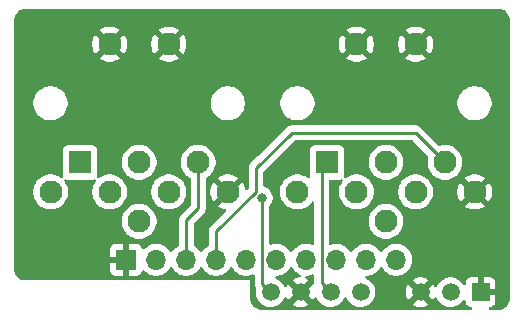
<source format=gbr>
%TF.GenerationSoftware,KiCad,Pcbnew,9.0.1*%
%TF.CreationDate,2025-06-09T14:27:30-04:00*%
%TF.ProjectId,Ceinture_respiration_Shield,4365696e-7475-4726-955f-726573706972,1.1*%
%TF.SameCoordinates,Original*%
%TF.FileFunction,Copper,L1,Top*%
%TF.FilePolarity,Positive*%
%FSLAX46Y46*%
G04 Gerber Fmt 4.6, Leading zero omitted, Abs format (unit mm)*
G04 Created by KiCad (PCBNEW 9.0.1) date 2025-06-09 14:27:30*
%MOMM*%
%LPD*%
G01*
G04 APERTURE LIST*
%TA.AperFunction,ComponentPad*%
%ADD10R,1.508000X1.508000*%
%TD*%
%TA.AperFunction,ComponentPad*%
%ADD11C,1.508000*%
%TD*%
%TA.AperFunction,ComponentPad*%
%ADD12R,1.950000X1.950000*%
%TD*%
%TA.AperFunction,ComponentPad*%
%ADD13C,1.950000*%
%TD*%
%TA.AperFunction,ComponentPad*%
%ADD14R,1.700000X1.700000*%
%TD*%
%TA.AperFunction,ComponentPad*%
%ADD15O,1.700000X1.700000*%
%TD*%
%TA.AperFunction,ViaPad*%
%ADD16C,0.800000*%
%TD*%
%TA.AperFunction,Conductor*%
%ADD17C,0.250000*%
%TD*%
G04 APERTURE END LIST*
D10*
%TO.P,PS1,1,-VIN*%
%TO.N,GND_EXP*%
X41507500Y2372500D03*
D11*
%TO.P,PS1,2,+VIN*%
%TO.N,/SHIELD_RESPIRATION/VBAT_EXP*%
X38967500Y2372500D03*
%TO.P,PS1,3,CTRL*%
%TO.N,GND_EXP*%
X36427500Y2372500D03*
%TO.P,PS1,5,NC*%
%TO.N,unconnected-(PS1-NC-Pad5)*%
X31347500Y2372500D03*
%TO.P,PS1,6,+VOUT*%
%TO.N,+5VA*%
X28807500Y2372500D03*
%TO.P,PS1,7,COM*%
%TO.N,GND_EXP*%
X26267500Y2372500D03*
%TO.P,PS1,8,-VOUT*%
%TO.N,-5VA*%
X23727500Y2372500D03*
%TD*%
D12*
%TO.P,J7,1*%
%TO.N,+5VA*%
X28500000Y13370500D03*
D13*
%TO.P,J7,2*%
%TO.N,unconnected-(J7-Pad2)*%
X33500000Y13370500D03*
%TO.P,J7,3*%
%TO.N,/SHIELD_RESPIRATION/Belt_2*%
X38500000Y13370500D03*
%TO.P,J7,4*%
%TO.N,-5VA*%
X31000000Y10870500D03*
%TO.P,J7,5*%
%TO.N,unconnected-(J7-Pad5)*%
X36000000Y10870500D03*
%TO.P,J7,6*%
%TO.N,unconnected-(J7-Pad6)*%
X26000000Y10870500D03*
%TO.P,J7,7*%
%TO.N,GND_EXP*%
X41000000Y10870500D03*
X36000000Y23370500D03*
X31000000Y23370500D03*
%TO.P,J7,8*%
%TO.N,unconnected-(J7-Pad8)*%
X33500000Y8370500D03*
%TD*%
D12*
%TO.P,J6,1*%
%TO.N,+5VA*%
X7594500Y13370500D03*
D13*
%TO.P,J6,2*%
%TO.N,unconnected-(J6-Pad2)*%
X12594500Y13370500D03*
%TO.P,J6,3*%
%TO.N,/SHIELD_RESPIRATION/Belt_1*%
X17594500Y13370500D03*
%TO.P,J6,4*%
%TO.N,-5VA*%
X10094500Y10870500D03*
%TO.P,J6,5*%
%TO.N,unconnected-(J6-Pad5)*%
X15094500Y10870500D03*
%TO.P,J6,6*%
%TO.N,unconnected-(J6-Pad6)*%
X5094500Y10870500D03*
%TO.P,J6,7*%
%TO.N,GND_EXP*%
X20094500Y10870500D03*
X15094500Y23370500D03*
X10094500Y23370500D03*
%TO.P,J6,8*%
%TO.N,unconnected-(J6-Pad8)*%
X12594500Y8370500D03*
%TD*%
D14*
%TO.P,J1,1,Pin_1*%
%TO.N,GND_EXP*%
X11500000Y5120500D03*
D15*
%TO.P,J1,2,Pin_2*%
%TO.N,/SHIELD_RESPIRATION/VBAT_EXP*%
X14040000Y5120500D03*
%TO.P,J1,3,Pin_3*%
%TO.N,/SHIELD_RESPIRATION/Belt_1*%
X16580000Y5120500D03*
%TO.P,J1,4,Pin_4*%
%TO.N,/SHIELD_RESPIRATION/Belt_2*%
X19120000Y5120500D03*
%TO.P,J1,5,Pin_5*%
%TO.N,unconnected-(J1-Pin_5-Pad5)*%
X21660000Y5120500D03*
%TO.P,J1,6,Pin_6*%
%TO.N,unconnected-(J1-Pin_6-Pad6)*%
X24200000Y5120500D03*
%TO.P,J1,7,Pin_7*%
%TO.N,unconnected-(J1-Pin_7-Pad7)*%
X26740000Y5120500D03*
%TO.P,J1,8,Pin_8*%
%TO.N,unconnected-(J1-Pin_8-Pad8)*%
X29280000Y5120500D03*
%TO.P,J1,9,Pin_9*%
%TO.N,unconnected-(J1-Pin_9-Pad9)*%
X31820000Y5120500D03*
%TO.P,J1,10,Pin_10*%
%TO.N,unconnected-(J1-Pin_10-Pad10)*%
X34360000Y5120500D03*
%TD*%
D16*
%TO.N,GND_EXP*%
X33500000Y3370500D03*
X34000000Y1870500D03*
%TO.N,-5VA*%
X23000000Y10370500D03*
%TD*%
D17*
%TO.N,/SHIELD_RESPIRATION/Belt_1*%
X16580000Y5120500D02*
X16580000Y8450500D01*
X17594500Y9465000D02*
X17594500Y13370500D01*
X16580000Y8450500D02*
X17594500Y9465000D01*
%TO.N,/SHIELD_RESPIRATION/Belt_2*%
X22500000Y12870500D02*
X25500000Y15870500D01*
X19120000Y5120500D02*
X19120000Y7515805D01*
X36000000Y15870500D02*
X38500000Y13370500D01*
X25500000Y15870500D02*
X36000000Y15870500D01*
X19120000Y7515805D02*
X22500000Y10895805D01*
X22500000Y10895805D02*
X22500000Y12870500D01*
%TO.N,-5VA*%
X23727500Y2372500D02*
X23000000Y3100000D01*
X23000000Y3100000D02*
X23000000Y10370500D01*
%TO.N,+5VA*%
X28807500Y2372500D02*
X28053500Y3126500D01*
X28053500Y3126500D02*
X28053500Y12924000D01*
X28053500Y12924000D02*
X28500000Y13370500D01*
%TD*%
%TA.AperFunction,Conductor*%
%TO.N,GND_EXP*%
G36*
X25541444Y4466501D02*
G01*
X25580486Y4421444D01*
X25584951Y4412680D01*
X25709890Y4240714D01*
X25860213Y4090391D01*
X26032179Y3965452D01*
X26032181Y3965451D01*
X26032184Y3965449D01*
X26221588Y3868943D01*
X26223164Y3868431D01*
X26223686Y3868074D01*
X26226081Y3867082D01*
X26225872Y3866579D01*
X26280840Y3828995D01*
X26308039Y3764636D01*
X26296125Y3695790D01*
X26248881Y3644313D01*
X26184847Y3626500D01*
X26168803Y3626500D01*
X25973853Y3595624D01*
X25786126Y3534627D01*
X25610262Y3445018D01*
X25610260Y3445017D01*
X25574510Y3419044D01*
X25574510Y3419043D01*
X26138091Y2855463D01*
X26074507Y2838425D01*
X25960493Y2772599D01*
X25867401Y2679507D01*
X25801575Y2565493D01*
X25784537Y2501910D01*
X25220957Y3065490D01*
X25220956Y3065490D01*
X25194983Y3029740D01*
X25194979Y3029733D01*
X25108263Y2859546D01*
X25060288Y2808751D01*
X24992467Y2791956D01*
X24926333Y2814494D01*
X24887298Y2859543D01*
X24800444Y3030001D01*
X24800442Y3030004D01*
X24800441Y3030006D01*
X24684384Y3189747D01*
X24544746Y3329385D01*
X24385004Y3445442D01*
X24385003Y3445443D01*
X24385001Y3445444D01*
X24209061Y3535091D01*
X24209055Y3535093D01*
X24208227Y3535515D01*
X24157431Y3583490D01*
X24140636Y3651311D01*
X24163173Y3717446D01*
X24217889Y3760897D01*
X24264522Y3770000D01*
X24306286Y3770000D01*
X24306287Y3770000D01*
X24516243Y3803254D01*
X24718412Y3868943D01*
X24907816Y3965449D01*
X24970892Y4011276D01*
X25079786Y4090391D01*
X25079788Y4090394D01*
X25079792Y4090396D01*
X25230104Y4240708D01*
X25230106Y4240712D01*
X25230109Y4240714D01*
X25355048Y4412680D01*
X25355047Y4412680D01*
X25355051Y4412684D01*
X25359514Y4421446D01*
X25407488Y4472241D01*
X25475308Y4489037D01*
X25541444Y4466501D01*
G37*
%TD.AperFunction*%
%TA.AperFunction,Conductor*%
G36*
X27388492Y3844369D02*
G01*
X27424147Y3784281D01*
X27428000Y3753610D01*
X27428000Y3190664D01*
X27408315Y3123625D01*
X27355511Y3077870D01*
X27320175Y3071625D01*
X26750462Y2501911D01*
X26733425Y2565493D01*
X26667599Y2679507D01*
X26574507Y2772599D01*
X26460493Y2838425D01*
X26396909Y2855463D01*
X26960489Y3419043D01*
X26924739Y3445017D01*
X26747128Y3535515D01*
X26696332Y3583490D01*
X26679537Y3651311D01*
X26702075Y3717446D01*
X26756790Y3760897D01*
X26803423Y3770000D01*
X26846286Y3770000D01*
X26846287Y3770000D01*
X27056243Y3803254D01*
X27258412Y3868943D01*
X27258413Y3868944D01*
X27263046Y3870449D01*
X27263542Y3868922D01*
X27326011Y3875641D01*
X27388492Y3844369D01*
G37*
%TD.AperFunction*%
%TA.AperFunction,Conductor*%
G36*
X43005394Y26369528D02*
G01*
X43012947Y26368868D01*
X43151564Y26356740D01*
X43164907Y26354835D01*
X43194247Y26348999D01*
X43202109Y26347166D01*
X43326922Y26313723D01*
X43342275Y26308511D01*
X43359224Y26301491D01*
X43364134Y26299331D01*
X43489918Y26240677D01*
X43508633Y26229871D01*
X43633582Y26142381D01*
X43650140Y26128487D01*
X43757986Y26020641D01*
X43771880Y26004083D01*
X43859370Y25879134D01*
X43870177Y25860416D01*
X43928809Y25734681D01*
X43930989Y25729726D01*
X43938009Y25712777D01*
X43943222Y25697420D01*
X43976659Y25572631D01*
X43978501Y25564731D01*
X43984330Y25535429D01*
X43986241Y25522044D01*
X43999028Y25375895D01*
X43999500Y25365087D01*
X43999500Y1875914D01*
X43999028Y1865106D01*
X43986241Y1718958D01*
X43984330Y1705573D01*
X43978501Y1676271D01*
X43976659Y1668371D01*
X43943222Y1543582D01*
X43938009Y1528225D01*
X43930989Y1511276D01*
X43928809Y1506321D01*
X43870177Y1380585D01*
X43859370Y1361867D01*
X43771880Y1236918D01*
X43757986Y1220360D01*
X43650140Y1112514D01*
X43633582Y1098620D01*
X43508633Y1011130D01*
X43489915Y1000323D01*
X43364179Y941691D01*
X43359224Y939511D01*
X43342275Y932491D01*
X43326918Y927278D01*
X43202129Y893841D01*
X43194229Y891999D01*
X43164927Y886170D01*
X43151542Y884259D01*
X43005395Y871472D01*
X42994587Y871000D01*
X42320630Y871000D01*
X42253591Y890685D01*
X42207836Y943489D01*
X42197892Y1012647D01*
X42226917Y1076203D01*
X42285695Y1113977D01*
X42307374Y1118289D01*
X42368872Y1124902D01*
X42368879Y1124904D01*
X42503586Y1175146D01*
X42503593Y1175150D01*
X42618687Y1261310D01*
X42618690Y1261313D01*
X42704850Y1376407D01*
X42704854Y1376414D01*
X42755096Y1511121D01*
X42755098Y1511128D01*
X42761499Y1570656D01*
X42761500Y1570673D01*
X42761500Y2122500D01*
X41940512Y2122500D01*
X41973425Y2179507D01*
X42007500Y2306674D01*
X42007500Y2438326D01*
X41973425Y2565493D01*
X41940512Y2622500D01*
X42761500Y2622500D01*
X42761500Y3174328D01*
X42761499Y3174345D01*
X42755098Y3233873D01*
X42755096Y3233880D01*
X42704854Y3368587D01*
X42704850Y3368594D01*
X42618690Y3483688D01*
X42618687Y3483691D01*
X42503593Y3569851D01*
X42503586Y3569855D01*
X42368879Y3620097D01*
X42368872Y3620099D01*
X42309344Y3626500D01*
X41757500Y3626500D01*
X41757500Y2805512D01*
X41700493Y2838425D01*
X41573326Y2872500D01*
X41441674Y2872500D01*
X41314507Y2838425D01*
X41257500Y2805512D01*
X41257500Y3626500D01*
X40705655Y3626500D01*
X40646127Y3620099D01*
X40646120Y3620097D01*
X40511413Y3569855D01*
X40511406Y3569851D01*
X40396312Y3483691D01*
X40396309Y3483688D01*
X40310149Y3368594D01*
X40310145Y3368587D01*
X40259903Y3233880D01*
X40259901Y3233873D01*
X40253500Y3174345D01*
X40253500Y3118388D01*
X40233815Y3051349D01*
X40181011Y3005594D01*
X40111853Y2995650D01*
X40048297Y3024675D01*
X40029182Y3045503D01*
X39924384Y3189747D01*
X39784746Y3329385D01*
X39625004Y3445442D01*
X39625003Y3445443D01*
X39625001Y3445444D01*
X39449061Y3535091D01*
X39447756Y3535515D01*
X39261263Y3596111D01*
X39066236Y3627000D01*
X39066231Y3627000D01*
X38868769Y3627000D01*
X38868764Y3627000D01*
X38673736Y3596111D01*
X38485941Y3535092D01*
X38309995Y3445442D01*
X38150253Y3329385D01*
X38010615Y3189747D01*
X37894558Y3030005D01*
X37894556Y3030001D01*
X37807703Y2859546D01*
X37759730Y2808751D01*
X37691909Y2791956D01*
X37625774Y2814494D01*
X37586735Y2859547D01*
X37500020Y3029732D01*
X37500012Y3029745D01*
X37474042Y3065490D01*
X37474041Y3065491D01*
X36910462Y2501911D01*
X36893425Y2565493D01*
X36827599Y2679507D01*
X36734507Y2772599D01*
X36620493Y2838425D01*
X36556909Y2855463D01*
X37120489Y3419043D01*
X37084739Y3445017D01*
X36908873Y3534627D01*
X36721146Y3595624D01*
X36526197Y3626500D01*
X36328803Y3626500D01*
X36133853Y3595624D01*
X35946126Y3534627D01*
X35770262Y3445018D01*
X35770260Y3445017D01*
X35734510Y3419044D01*
X35734510Y3419043D01*
X36298091Y2855463D01*
X36234507Y2838425D01*
X36120493Y2772599D01*
X36027401Y2679507D01*
X35961575Y2565493D01*
X35944537Y2501910D01*
X35380957Y3065490D01*
X35380956Y3065490D01*
X35354983Y3029740D01*
X35354982Y3029738D01*
X35265373Y2853874D01*
X35204376Y2666147D01*
X35173500Y2471198D01*
X35173500Y2273803D01*
X35204376Y2078854D01*
X35265373Y1891127D01*
X35354983Y1715261D01*
X35380957Y1679512D01*
X35380957Y1679511D01*
X35944537Y2243091D01*
X35961575Y2179507D01*
X36027401Y2065493D01*
X36120493Y1972401D01*
X36234507Y1906575D01*
X36298090Y1889538D01*
X35734509Y1325959D01*
X35734510Y1325958D01*
X35770255Y1299988D01*
X35770268Y1299980D01*
X35946126Y1210374D01*
X36133853Y1149377D01*
X36333620Y1117737D01*
X36333391Y1116297D01*
X36392590Y1093738D01*
X36429107Y1044232D01*
X36443708Y1076203D01*
X36502486Y1113977D01*
X36521423Y1117463D01*
X36521380Y1117737D01*
X36721146Y1149377D01*
X36908873Y1210374D01*
X37084741Y1299984D01*
X37120488Y1325957D01*
X37120488Y1325959D01*
X36556910Y1889538D01*
X36620493Y1906575D01*
X36734507Y1972401D01*
X36827599Y2065493D01*
X36893425Y2179507D01*
X36910462Y2243091D01*
X37474041Y1679512D01*
X37474043Y1679512D01*
X37500016Y1715259D01*
X37586735Y1885454D01*
X37634710Y1936250D01*
X37702531Y1953045D01*
X37768665Y1930508D01*
X37807702Y1885458D01*
X37859924Y1782968D01*
X37894558Y1714995D01*
X38010615Y1555254D01*
X38150253Y1415616D01*
X38273658Y1325959D01*
X38309999Y1299556D01*
X38485939Y1209909D01*
X38592917Y1175150D01*
X38673736Y1148890D01*
X38862450Y1119000D01*
X38862455Y1119000D01*
X38868769Y1118000D01*
X39066231Y1118000D01*
X39072545Y1119000D01*
X39072550Y1119000D01*
X39261263Y1148890D01*
X39296493Y1160337D01*
X39449061Y1209909D01*
X39625001Y1299556D01*
X39730788Y1376414D01*
X39784746Y1415616D01*
X39784748Y1415619D01*
X39784752Y1415621D01*
X39924379Y1555248D01*
X40029183Y1699500D01*
X40084511Y1742164D01*
X40154124Y1748143D01*
X40215920Y1715538D01*
X40250277Y1654700D01*
X40253500Y1626613D01*
X40253500Y1570656D01*
X40259901Y1511128D01*
X40259903Y1511121D01*
X40310145Y1376414D01*
X40310149Y1376407D01*
X40396309Y1261313D01*
X40396312Y1261310D01*
X40511406Y1175150D01*
X40511413Y1175146D01*
X40646120Y1124904D01*
X40646127Y1124902D01*
X40707626Y1118289D01*
X40772177Y1091551D01*
X40812025Y1034158D01*
X40814518Y964333D01*
X40778865Y904244D01*
X40716385Y872970D01*
X40694370Y871000D01*
X36537421Y871000D01*
X36470382Y890685D01*
X36424893Y943181D01*
X36404637Y906700D01*
X36343079Y873650D01*
X36317579Y871000D01*
X28922307Y871000D01*
X28855268Y890685D01*
X28809513Y943489D01*
X28808048Y953678D01*
X28772549Y900137D01*
X28708585Y872023D01*
X28692693Y871000D01*
X26377421Y871000D01*
X26310382Y890685D01*
X26264893Y943181D01*
X26244637Y906700D01*
X26183079Y873650D01*
X26157579Y871000D01*
X23005413Y871000D01*
X22994605Y871472D01*
X22848456Y884259D01*
X22835071Y886170D01*
X22805769Y891999D01*
X22797869Y893841D01*
X22673080Y927278D01*
X22657723Y932491D01*
X22640774Y939511D01*
X22635819Y941691D01*
X22510084Y1000323D01*
X22491366Y1011130D01*
X22366417Y1098620D01*
X22349859Y1112514D01*
X22242013Y1220360D01*
X22228119Y1236918D01*
X22140629Y1361867D01*
X22129822Y1380584D01*
X22099292Y1446055D01*
X22071176Y1506349D01*
X22069009Y1511276D01*
X22061989Y1528225D01*
X22056776Y1543582D01*
X22038829Y1610562D01*
X22023334Y1668391D01*
X22021501Y1676253D01*
X22015665Y1705593D01*
X22013760Y1718936D01*
X22000972Y1865106D01*
X22000500Y1875912D01*
X22000500Y2458033D01*
X22000471Y2458364D01*
X22000000Y2469164D01*
X22000000Y3370500D01*
X21098664Y3370500D01*
X21087864Y3370971D01*
X21087532Y3371000D01*
X21000207Y3371000D01*
X3005413Y3371000D01*
X2994605Y3371472D01*
X2848456Y3384259D01*
X2835071Y3386170D01*
X2805769Y3391999D01*
X2797869Y3393841D01*
X2673080Y3427278D01*
X2657723Y3432491D01*
X2640774Y3439511D01*
X2635819Y3441691D01*
X2510084Y3500323D01*
X2491366Y3511130D01*
X2366417Y3598620D01*
X2349859Y3612514D01*
X2242013Y3720360D01*
X2228119Y3736918D01*
X2140629Y3861867D01*
X2129822Y3880584D01*
X2071169Y4006366D01*
X2069009Y4011276D01*
X2061989Y4028225D01*
X2056776Y4043582D01*
X2044234Y4090391D01*
X2023334Y4168391D01*
X2021501Y4176253D01*
X2015665Y4205593D01*
X2013760Y4218936D01*
X2000972Y4365106D01*
X2000500Y4375912D01*
X2000500Y6018345D01*
X10150000Y6018345D01*
X10150000Y5370500D01*
X11066988Y5370500D01*
X11034075Y5313493D01*
X11000000Y5186326D01*
X11000000Y5054674D01*
X11034075Y4927507D01*
X11066988Y4870500D01*
X10150000Y4870500D01*
X10150000Y4222656D01*
X10156401Y4163128D01*
X10156403Y4163121D01*
X10206645Y4028414D01*
X10206649Y4028407D01*
X10292809Y3913313D01*
X10292812Y3913310D01*
X10407906Y3827150D01*
X10407913Y3827146D01*
X10542620Y3776904D01*
X10542627Y3776902D01*
X10602155Y3770501D01*
X10602172Y3770500D01*
X11250000Y3770500D01*
X11250000Y4687488D01*
X11307007Y4654575D01*
X11434174Y4620500D01*
X11565826Y4620500D01*
X11692993Y4654575D01*
X11750000Y4687488D01*
X11750000Y3770500D01*
X12397828Y3770500D01*
X12397844Y3770501D01*
X12457372Y3776902D01*
X12457379Y3776904D01*
X12592086Y3827146D01*
X12592093Y3827150D01*
X12707187Y3913310D01*
X12707190Y3913313D01*
X12793350Y4028407D01*
X12793354Y4028414D01*
X12842422Y4159971D01*
X12884293Y4215905D01*
X12949757Y4240322D01*
X13018030Y4225470D01*
X13046285Y4204319D01*
X13160213Y4090391D01*
X13332179Y3965452D01*
X13332181Y3965451D01*
X13332184Y3965449D01*
X13521588Y3868943D01*
X13723757Y3803254D01*
X13933713Y3770000D01*
X13933714Y3770000D01*
X14146286Y3770000D01*
X14146287Y3770000D01*
X14356243Y3803254D01*
X14558412Y3868943D01*
X14747816Y3965449D01*
X14810892Y4011276D01*
X14919786Y4090391D01*
X14919788Y4090394D01*
X14919792Y4090396D01*
X15070104Y4240708D01*
X15070106Y4240712D01*
X15070109Y4240714D01*
X15195048Y4412680D01*
X15195047Y4412680D01*
X15195051Y4412684D01*
X15199514Y4421446D01*
X15247488Y4472241D01*
X15315308Y4489037D01*
X15381444Y4466501D01*
X15420486Y4421444D01*
X15424951Y4412680D01*
X15549890Y4240714D01*
X15700213Y4090391D01*
X15872179Y3965452D01*
X15872181Y3965451D01*
X15872184Y3965449D01*
X16061588Y3868943D01*
X16263757Y3803254D01*
X16473713Y3770000D01*
X16473714Y3770000D01*
X16686286Y3770000D01*
X16686287Y3770000D01*
X16896243Y3803254D01*
X17098412Y3868943D01*
X17287816Y3965449D01*
X17350892Y4011276D01*
X17459786Y4090391D01*
X17459788Y4090394D01*
X17459792Y4090396D01*
X17610104Y4240708D01*
X17610106Y4240712D01*
X17610109Y4240714D01*
X17735048Y4412680D01*
X17735047Y4412680D01*
X17735051Y4412684D01*
X17739514Y4421446D01*
X17787488Y4472241D01*
X17855308Y4489037D01*
X17921444Y4466501D01*
X17960486Y4421444D01*
X17964951Y4412680D01*
X18089890Y4240714D01*
X18240213Y4090391D01*
X18412179Y3965452D01*
X18412181Y3965451D01*
X18412184Y3965449D01*
X18601588Y3868943D01*
X18803757Y3803254D01*
X19013713Y3770000D01*
X19013714Y3770000D01*
X19226286Y3770000D01*
X19226287Y3770000D01*
X19436243Y3803254D01*
X19638412Y3868943D01*
X19827816Y3965449D01*
X19890892Y4011276D01*
X19999786Y4090391D01*
X19999788Y4090394D01*
X19999792Y4090396D01*
X20150104Y4240708D01*
X20150106Y4240712D01*
X20150109Y4240714D01*
X20275048Y4412680D01*
X20275047Y4412680D01*
X20275051Y4412684D01*
X20279514Y4421446D01*
X20327488Y4472241D01*
X20395308Y4489037D01*
X20461444Y4466501D01*
X20500486Y4421444D01*
X20504951Y4412680D01*
X20629890Y4240714D01*
X20780213Y4090391D01*
X20952179Y3965452D01*
X20952181Y3965451D01*
X20952184Y3965449D01*
X21141588Y3868943D01*
X21343757Y3803254D01*
X21553713Y3770000D01*
X21553714Y3770000D01*
X21766286Y3770000D01*
X21766287Y3770000D01*
X21976243Y3803254D01*
X22178412Y3868943D01*
X22181368Y3870449D01*
X22194204Y3876989D01*
X22262873Y3889886D01*
X22327614Y3863610D01*
X22367871Y3806504D01*
X22374500Y3766505D01*
X22374500Y3038389D01*
X22398535Y2917556D01*
X22398540Y2917539D01*
X22445685Y2803720D01*
X22445687Y2803717D01*
X22445688Y2803714D01*
X22467391Y2771234D01*
X22479167Y2753611D01*
X22483375Y2747312D01*
X22497714Y2701511D01*
X22504250Y2680636D01*
X22502743Y2659027D01*
X22473000Y2471237D01*
X22473000Y2273764D01*
X22503889Y2078737D01*
X22560105Y1905724D01*
X22564909Y1890939D01*
X22654421Y1715264D01*
X22654558Y1714996D01*
X22770615Y1555254D01*
X22910253Y1415616D01*
X23033658Y1325959D01*
X23069999Y1299556D01*
X23245939Y1209909D01*
X23352917Y1175150D01*
X23433736Y1148890D01*
X23622450Y1119000D01*
X23622455Y1119000D01*
X23628769Y1118000D01*
X23826231Y1118000D01*
X23832545Y1119000D01*
X23832550Y1119000D01*
X24021263Y1148890D01*
X24056493Y1160337D01*
X24209061Y1209909D01*
X24385001Y1299556D01*
X24490788Y1376414D01*
X24544746Y1415616D01*
X24544748Y1415619D01*
X24544752Y1415621D01*
X24684379Y1555248D01*
X24684381Y1555252D01*
X24684384Y1555254D01*
X24789182Y1699498D01*
X24800444Y1714999D01*
X24887297Y1885457D01*
X24935268Y1936250D01*
X25003089Y1953045D01*
X25069224Y1930508D01*
X25108263Y1885455D01*
X25194981Y1715264D01*
X25220957Y1679512D01*
X25220957Y1679511D01*
X25784537Y2243091D01*
X25801575Y2179507D01*
X25867401Y2065493D01*
X25960493Y1972401D01*
X26074507Y1906575D01*
X26138090Y1889538D01*
X25574509Y1325959D01*
X25574510Y1325958D01*
X25610255Y1299988D01*
X25610268Y1299980D01*
X25786126Y1210374D01*
X25973853Y1149377D01*
X26173620Y1117737D01*
X26173391Y1116297D01*
X26232590Y1093738D01*
X26269107Y1044232D01*
X26283708Y1076203D01*
X26342486Y1113977D01*
X26361423Y1117463D01*
X26361380Y1117737D01*
X26561146Y1149377D01*
X26748873Y1210374D01*
X26924741Y1299984D01*
X26960488Y1325957D01*
X26960488Y1325959D01*
X26396910Y1889538D01*
X26460493Y1906575D01*
X26574507Y1972401D01*
X26667599Y2065493D01*
X26733425Y2179507D01*
X26750462Y2243091D01*
X27314041Y1679512D01*
X27314043Y1679512D01*
X27340016Y1715259D01*
X27426735Y1885454D01*
X27474710Y1936250D01*
X27542531Y1953045D01*
X27608665Y1930508D01*
X27647702Y1885458D01*
X27699924Y1782968D01*
X27734558Y1714995D01*
X27850615Y1555254D01*
X27990253Y1415616D01*
X28113658Y1325959D01*
X28149999Y1299556D01*
X28325939Y1209909D01*
X28432917Y1175150D01*
X28513736Y1148890D01*
X28712091Y1117473D01*
X28775226Y1087544D01*
X28809001Y1033301D01*
X28828594Y1076203D01*
X28887372Y1113977D01*
X28902909Y1117473D01*
X29101263Y1148890D01*
X29136493Y1160337D01*
X29289061Y1209909D01*
X29465001Y1299556D01*
X29570788Y1376414D01*
X29624746Y1415616D01*
X29624748Y1415619D01*
X29624752Y1415621D01*
X29764379Y1555248D01*
X29764381Y1555252D01*
X29764384Y1555254D01*
X29880441Y1714995D01*
X29880443Y1714998D01*
X29880444Y1714999D01*
X29967017Y1884907D01*
X29975659Y1894058D01*
X29980395Y1905724D01*
X29999196Y1918979D01*
X30014990Y1935700D01*
X30027210Y1938727D01*
X30037502Y1945981D01*
X30060484Y1946967D01*
X30082811Y1952495D01*
X30094728Y1948434D01*
X30107307Y1948973D01*
X30127170Y1937379D01*
X30148946Y1929958D01*
X30158220Y1919255D01*
X30167649Y1913751D01*
X30187981Y1884909D01*
X30239924Y1782968D01*
X30274558Y1714995D01*
X30390615Y1555254D01*
X30530253Y1415616D01*
X30653658Y1325959D01*
X30689999Y1299556D01*
X30865939Y1209909D01*
X30972917Y1175150D01*
X31053736Y1148890D01*
X31242450Y1119000D01*
X31242455Y1119000D01*
X31248769Y1118000D01*
X31446231Y1118000D01*
X31452545Y1119000D01*
X31452550Y1119000D01*
X31641263Y1148890D01*
X31676493Y1160337D01*
X31829061Y1209909D01*
X32005001Y1299556D01*
X32110788Y1376414D01*
X32164746Y1415616D01*
X32164748Y1415619D01*
X32164752Y1415621D01*
X32304379Y1555248D01*
X32304381Y1555252D01*
X32304384Y1555254D01*
X32356228Y1626613D01*
X32420444Y1714999D01*
X32510091Y1890939D01*
X32571110Y2078737D01*
X32571129Y2078854D01*
X32602000Y2273764D01*
X32602000Y2471237D01*
X32571110Y2666264D01*
X32529299Y2794945D01*
X32510091Y2854061D01*
X32420444Y3030001D01*
X32390203Y3071625D01*
X32304384Y3189747D01*
X32164746Y3329385D01*
X32005004Y3445442D01*
X32005003Y3445443D01*
X32005001Y3445444D01*
X31829061Y3535091D01*
X31829055Y3535093D01*
X31828227Y3535515D01*
X31777431Y3583490D01*
X31760636Y3651311D01*
X31783173Y3717446D01*
X31837889Y3760897D01*
X31884522Y3770000D01*
X31926286Y3770000D01*
X31926287Y3770000D01*
X32136243Y3803254D01*
X32338412Y3868943D01*
X32527816Y3965449D01*
X32590892Y4011276D01*
X32699786Y4090391D01*
X32699788Y4090394D01*
X32699792Y4090396D01*
X32850104Y4240708D01*
X32850106Y4240712D01*
X32850109Y4240714D01*
X32975048Y4412680D01*
X32975047Y4412680D01*
X32975051Y4412684D01*
X32979514Y4421446D01*
X33027488Y4472241D01*
X33095308Y4489037D01*
X33161444Y4466501D01*
X33200486Y4421444D01*
X33204951Y4412680D01*
X33329890Y4240714D01*
X33480213Y4090391D01*
X33652179Y3965452D01*
X33652181Y3965451D01*
X33652184Y3965449D01*
X33841588Y3868943D01*
X34043757Y3803254D01*
X34253713Y3770000D01*
X34253714Y3770000D01*
X34466286Y3770000D01*
X34466287Y3770000D01*
X34676243Y3803254D01*
X34878412Y3868943D01*
X35067816Y3965449D01*
X35130892Y4011276D01*
X35239786Y4090391D01*
X35239788Y4090394D01*
X35239792Y4090396D01*
X35390104Y4240708D01*
X35390106Y4240712D01*
X35390109Y4240714D01*
X35515048Y4412680D01*
X35515047Y4412680D01*
X35515051Y4412684D01*
X35611557Y4602088D01*
X35677246Y4804257D01*
X35710500Y5014213D01*
X35710500Y5226787D01*
X35677246Y5436743D01*
X35611557Y5638912D01*
X35515051Y5828316D01*
X35515049Y5828319D01*
X35515048Y5828321D01*
X35390109Y6000287D01*
X35239786Y6150610D01*
X35067820Y6275549D01*
X34878414Y6372056D01*
X34878413Y6372057D01*
X34878412Y6372057D01*
X34676243Y6437746D01*
X34676241Y6437747D01*
X34676240Y6437747D01*
X34514957Y6463292D01*
X34466287Y6471000D01*
X34253713Y6471000D01*
X34205042Y6463292D01*
X34043760Y6437747D01*
X33841585Y6372056D01*
X33652179Y6275549D01*
X33480213Y6150610D01*
X33329890Y6000287D01*
X33204949Y5828318D01*
X33200484Y5819554D01*
X33152509Y5768758D01*
X33084688Y5751964D01*
X33018553Y5774502D01*
X32979516Y5819554D01*
X32975050Y5828318D01*
X32850109Y6000287D01*
X32699786Y6150610D01*
X32527820Y6275549D01*
X32338414Y6372056D01*
X32338413Y6372057D01*
X32338412Y6372057D01*
X32136243Y6437746D01*
X32136241Y6437747D01*
X32136240Y6437747D01*
X31974957Y6463292D01*
X31926287Y6471000D01*
X31713713Y6471000D01*
X31665042Y6463292D01*
X31503760Y6437747D01*
X31301585Y6372056D01*
X31112179Y6275549D01*
X30940213Y6150610D01*
X30789890Y6000287D01*
X30664949Y5828318D01*
X30660484Y5819554D01*
X30612509Y5768758D01*
X30544688Y5751964D01*
X30478553Y5774502D01*
X30439516Y5819554D01*
X30435050Y5828318D01*
X30310109Y6000287D01*
X30159786Y6150610D01*
X29987820Y6275549D01*
X29798414Y6372056D01*
X29798413Y6372057D01*
X29798412Y6372057D01*
X29596243Y6437746D01*
X29596241Y6437747D01*
X29596240Y6437747D01*
X29434957Y6463292D01*
X29386287Y6471000D01*
X29173713Y6471000D01*
X29134202Y6464743D01*
X28963759Y6437747D01*
X28963755Y6437746D01*
X28841317Y6397964D01*
X28771476Y6395969D01*
X28711643Y6432050D01*
X28680816Y6494751D01*
X28679000Y6515895D01*
X28679000Y8486630D01*
X32024500Y8486630D01*
X32024500Y8254371D01*
X32060831Y8024986D01*
X32132601Y7804100D01*
X32186535Y7698250D01*
X32238039Y7597169D01*
X32374551Y7409276D01*
X32538776Y7245051D01*
X32726669Y7108539D01*
X32824436Y7058724D01*
X32933599Y7003102D01*
X32933601Y7003102D01*
X32933604Y7003100D01*
X33154486Y6931331D01*
X33272668Y6912614D01*
X33383871Y6895000D01*
X33383876Y6895000D01*
X33616129Y6895000D01*
X33717502Y6911057D01*
X33845514Y6931331D01*
X34066396Y7003100D01*
X34273331Y7108539D01*
X34461224Y7245051D01*
X34625449Y7409276D01*
X34761961Y7597169D01*
X34867400Y7804104D01*
X34939169Y8024986D01*
X34959443Y8152998D01*
X34975500Y8254371D01*
X34975500Y8486630D01*
X34952324Y8632955D01*
X34939169Y8716014D01*
X34867400Y8936896D01*
X34867398Y8936899D01*
X34867398Y8936901D01*
X34761960Y9143832D01*
X34625449Y9331724D01*
X34461224Y9495949D01*
X34273331Y9632461D01*
X34217980Y9660664D01*
X34066400Y9737899D01*
X33845514Y9809669D01*
X33616129Y9846000D01*
X33616124Y9846000D01*
X33383876Y9846000D01*
X33383871Y9846000D01*
X33154485Y9809669D01*
X32933599Y9737899D01*
X32726668Y9632461D01*
X32538773Y9495947D01*
X32374553Y9331727D01*
X32238039Y9143832D01*
X32132601Y8936901D01*
X32060831Y8716015D01*
X32024500Y8486630D01*
X28679000Y8486630D01*
X28679000Y11771001D01*
X28698685Y11838040D01*
X28751489Y11883795D01*
X28803000Y11895001D01*
X29522871Y11895001D01*
X29522872Y11895001D01*
X29582483Y11901409D01*
X29667092Y11932967D01*
X29736781Y11937950D01*
X29798104Y11904466D01*
X29831589Y11843143D01*
X29826605Y11773451D01*
X29810742Y11743899D01*
X29738038Y11643831D01*
X29632601Y11436901D01*
X29560831Y11216015D01*
X29524500Y10986630D01*
X29524500Y10754371D01*
X29560831Y10524986D01*
X29632601Y10304100D01*
X29732601Y10107842D01*
X29738039Y10097169D01*
X29874551Y9909276D01*
X30038776Y9745051D01*
X30226669Y9608539D01*
X30324436Y9558724D01*
X30433599Y9503102D01*
X30433601Y9503102D01*
X30433604Y9503100D01*
X30654486Y9431331D01*
X30758350Y9414881D01*
X30883871Y9395000D01*
X30883876Y9395000D01*
X31116129Y9395000D01*
X31217502Y9411057D01*
X31345514Y9431331D01*
X31566396Y9503100D01*
X31773331Y9608539D01*
X31961224Y9745051D01*
X32125449Y9909276D01*
X32261961Y10097169D01*
X32367400Y10304104D01*
X32439169Y10524986D01*
X32465894Y10693723D01*
X32475500Y10754371D01*
X32475500Y10986630D01*
X34524500Y10986630D01*
X34524500Y10754371D01*
X34560831Y10524986D01*
X34632601Y10304100D01*
X34732601Y10107842D01*
X34738039Y10097169D01*
X34874551Y9909276D01*
X35038776Y9745051D01*
X35226669Y9608539D01*
X35324436Y9558724D01*
X35433599Y9503102D01*
X35433601Y9503102D01*
X35433604Y9503100D01*
X35654486Y9431331D01*
X35758350Y9414881D01*
X35883871Y9395000D01*
X35883876Y9395000D01*
X36116129Y9395000D01*
X36217502Y9411057D01*
X36345514Y9431331D01*
X36566396Y9503100D01*
X36773331Y9608539D01*
X36961224Y9745051D01*
X37125449Y9909276D01*
X37261961Y10097169D01*
X37367400Y10304104D01*
X37439169Y10524986D01*
X37465894Y10693723D01*
X37475500Y10754371D01*
X37475500Y10986591D01*
X39525000Y10986591D01*
X39525000Y10754410D01*
X39561318Y10525107D01*
X39633065Y10304295D01*
X39738465Y10097436D01*
X39795238Y10019293D01*
X40398958Y10623013D01*
X40423978Y10562610D01*
X40495112Y10456149D01*
X40585649Y10365612D01*
X40692110Y10294478D01*
X40752510Y10269459D01*
X40148791Y9665741D01*
X40148791Y9665740D01*
X40226935Y9608966D01*
X40433794Y9503566D01*
X40654606Y9431819D01*
X40883910Y9395500D01*
X41116090Y9395500D01*
X41345393Y9431819D01*
X41566205Y9503566D01*
X41773071Y9608970D01*
X41851207Y9665738D01*
X41851208Y9665740D01*
X41247488Y10269459D01*
X41307890Y10294478D01*
X41414351Y10365612D01*
X41504888Y10456149D01*
X41576022Y10562610D01*
X41601041Y10623011D01*
X42204760Y10019292D01*
X42204762Y10019293D01*
X42261530Y10097429D01*
X42366934Y10304295D01*
X42438681Y10525107D01*
X42475000Y10754410D01*
X42475000Y10986591D01*
X42438681Y11215894D01*
X42366934Y11436706D01*
X42261534Y11643565D01*
X42204760Y11721709D01*
X42204759Y11721709D01*
X41601041Y11117990D01*
X41576022Y11178390D01*
X41504888Y11284851D01*
X41414351Y11375388D01*
X41307890Y11446522D01*
X41247487Y11471543D01*
X41851207Y12075262D01*
X41773064Y12132035D01*
X41566205Y12237435D01*
X41345393Y12309182D01*
X41116090Y12345500D01*
X40883910Y12345500D01*
X40654606Y12309182D01*
X40433794Y12237435D01*
X40226925Y12132030D01*
X40148791Y12075263D01*
X40148791Y12075262D01*
X40752511Y11471542D01*
X40692110Y11446522D01*
X40585649Y11375388D01*
X40495112Y11284851D01*
X40423978Y11178390D01*
X40398958Y11117989D01*
X39795238Y11721709D01*
X39795237Y11721709D01*
X39738470Y11643575D01*
X39633065Y11436706D01*
X39561318Y11215894D01*
X39525000Y10986591D01*
X37475500Y10986591D01*
X37475500Y10986630D01*
X37448849Y11154895D01*
X37439169Y11216014D01*
X37367400Y11436896D01*
X37367398Y11436899D01*
X37367398Y11436901D01*
X37311776Y11546064D01*
X37261961Y11643831D01*
X37125449Y11831724D01*
X36961224Y11995949D01*
X36773331Y12132461D01*
X36770864Y12133718D01*
X36566400Y12237899D01*
X36345514Y12309669D01*
X36116129Y12346000D01*
X36116124Y12346000D01*
X35883876Y12346000D01*
X35883871Y12346000D01*
X35654485Y12309669D01*
X35433599Y12237899D01*
X35226668Y12132461D01*
X35038773Y11995947D01*
X34874553Y11831727D01*
X34738039Y11643832D01*
X34632601Y11436901D01*
X34560831Y11216015D01*
X34524500Y10986630D01*
X32475500Y10986630D01*
X32448849Y11154895D01*
X32439169Y11216014D01*
X32367400Y11436896D01*
X32367398Y11436899D01*
X32367398Y11436901D01*
X32311776Y11546064D01*
X32261961Y11643831D01*
X32125449Y11831724D01*
X31961224Y11995949D01*
X31773331Y12132461D01*
X31770864Y12133718D01*
X31566400Y12237899D01*
X31345514Y12309669D01*
X31116129Y12346000D01*
X31116124Y12346000D01*
X30883876Y12346000D01*
X30883871Y12346000D01*
X30654485Y12309669D01*
X30433599Y12237899D01*
X30226669Y12132462D01*
X30126601Y12059758D01*
X30060794Y12036279D01*
X29992740Y12052105D01*
X29944046Y12102211D01*
X29930171Y12170689D01*
X29937532Y12203405D01*
X29969091Y12288017D01*
X29975500Y12347627D01*
X29975499Y13486630D01*
X32024500Y13486630D01*
X32024500Y13254371D01*
X32060831Y13024986D01*
X32132601Y12804100D01*
X32212277Y12647729D01*
X32238039Y12597169D01*
X32374551Y12409276D01*
X32538776Y12245051D01*
X32726669Y12108539D01*
X32806792Y12067714D01*
X32933599Y12003102D01*
X32933601Y12003102D01*
X32933604Y12003100D01*
X33154486Y11931331D01*
X33272668Y11912614D01*
X33383871Y11895000D01*
X33383876Y11895000D01*
X33616129Y11895000D01*
X33717502Y11911057D01*
X33845514Y11931331D01*
X34066396Y12003100D01*
X34273331Y12108539D01*
X34461224Y12245051D01*
X34625449Y12409276D01*
X34761961Y12597169D01*
X34867400Y12804104D01*
X34939169Y13024986D01*
X34959443Y13152998D01*
X34975500Y13254371D01*
X34975500Y13486630D01*
X34956232Y13608278D01*
X34939169Y13716014D01*
X34867400Y13936896D01*
X34867398Y13936899D01*
X34867398Y13936901D01*
X34761960Y14143832D01*
X34625449Y14331724D01*
X34461224Y14495949D01*
X34273331Y14632461D01*
X34066400Y14737899D01*
X33845514Y14809669D01*
X33616129Y14846000D01*
X33616124Y14846000D01*
X33383876Y14846000D01*
X33383871Y14846000D01*
X33154485Y14809669D01*
X32933599Y14737899D01*
X32726668Y14632461D01*
X32538773Y14495947D01*
X32374553Y14331727D01*
X32238039Y14143832D01*
X32132601Y13936901D01*
X32060831Y13716015D01*
X32024500Y13486630D01*
X29975499Y13486630D01*
X29975499Y14393372D01*
X29969091Y14452983D01*
X29953066Y14495947D01*
X29918797Y14587829D01*
X29918793Y14587836D01*
X29832547Y14703045D01*
X29832544Y14703048D01*
X29717335Y14789294D01*
X29717328Y14789298D01*
X29582482Y14839592D01*
X29582483Y14839592D01*
X29522883Y14845999D01*
X29522881Y14846000D01*
X29522873Y14846000D01*
X29522864Y14846000D01*
X27477129Y14846000D01*
X27477123Y14845999D01*
X27417516Y14839592D01*
X27282671Y14789298D01*
X27282664Y14789294D01*
X27167455Y14703048D01*
X27167452Y14703045D01*
X27081206Y14587836D01*
X27081202Y14587829D01*
X27030908Y14452983D01*
X27024501Y14393384D01*
X27024501Y14393377D01*
X27024500Y14393365D01*
X27024500Y12347630D01*
X27024501Y12347624D01*
X27030908Y12288017D01*
X27062465Y12203410D01*
X27067449Y12133718D01*
X27033964Y12072395D01*
X26972640Y12038911D01*
X26902949Y12043895D01*
X26873398Y12059759D01*
X26773334Y12132459D01*
X26773333Y12132460D01*
X26773331Y12132461D01*
X26698305Y12170689D01*
X26566400Y12237899D01*
X26345514Y12309669D01*
X26116129Y12346000D01*
X26116124Y12346000D01*
X25883876Y12346000D01*
X25883871Y12346000D01*
X25654485Y12309669D01*
X25433599Y12237899D01*
X25226668Y12132461D01*
X25038773Y11995947D01*
X24874553Y11831727D01*
X24738039Y11643832D01*
X24632601Y11436901D01*
X24560831Y11216015D01*
X24524500Y10986630D01*
X24524500Y10754371D01*
X24560831Y10524986D01*
X24632601Y10304100D01*
X24732601Y10107842D01*
X24738039Y10097169D01*
X24874551Y9909276D01*
X25038776Y9745051D01*
X25226669Y9608539D01*
X25324436Y9558724D01*
X25433599Y9503102D01*
X25433601Y9503102D01*
X25433604Y9503100D01*
X25654486Y9431331D01*
X25758350Y9414881D01*
X25883871Y9395000D01*
X25883876Y9395000D01*
X26116129Y9395000D01*
X26217502Y9411057D01*
X26345514Y9431331D01*
X26566396Y9503100D01*
X26773331Y9608539D01*
X26961224Y9745051D01*
X27125449Y9909276D01*
X27203682Y10016956D01*
X27259012Y10059621D01*
X27328625Y10065600D01*
X27390420Y10032995D01*
X27424777Y9972156D01*
X27428000Y9944070D01*
X27428000Y6487391D01*
X27408315Y6420352D01*
X27355511Y6374597D01*
X27286353Y6364653D01*
X27263193Y6371004D01*
X27263046Y6370551D01*
X27258413Y6372057D01*
X27258412Y6372057D01*
X27056243Y6437746D01*
X27056241Y6437747D01*
X27056240Y6437747D01*
X26894957Y6463292D01*
X26846287Y6471000D01*
X26633713Y6471000D01*
X26585042Y6463292D01*
X26423760Y6437747D01*
X26221585Y6372056D01*
X26032179Y6275549D01*
X25860213Y6150610D01*
X25709890Y6000287D01*
X25584949Y5828318D01*
X25580484Y5819554D01*
X25532509Y5768758D01*
X25464688Y5751964D01*
X25398553Y5774502D01*
X25359516Y5819554D01*
X25355050Y5828318D01*
X25230109Y6000287D01*
X25079786Y6150610D01*
X24907820Y6275549D01*
X24718414Y6372056D01*
X24718413Y6372057D01*
X24718412Y6372057D01*
X24516243Y6437746D01*
X24516241Y6437747D01*
X24516240Y6437747D01*
X24354957Y6463292D01*
X24306287Y6471000D01*
X24093713Y6471000D01*
X24054202Y6464743D01*
X23883759Y6437747D01*
X23883755Y6437746D01*
X23787817Y6406574D01*
X23717976Y6404579D01*
X23658143Y6440660D01*
X23627316Y6503361D01*
X23625500Y6524505D01*
X23625500Y9671139D01*
X23645185Y9738178D01*
X23661820Y9758821D01*
X23699461Y9796462D01*
X23699464Y9796465D01*
X23798013Y9943953D01*
X23798062Y9944070D01*
X23829219Y10019292D01*
X23865894Y10107834D01*
X23900500Y10281809D01*
X23900500Y10459191D01*
X23900500Y10459194D01*
X23900499Y10459196D01*
X23865896Y10633159D01*
X23865893Y10633168D01*
X23798016Y10797041D01*
X23798009Y10797054D01*
X23699464Y10944535D01*
X23699461Y10944539D01*
X23574038Y11069962D01*
X23574034Y11069965D01*
X23426553Y11168510D01*
X23426540Y11168517D01*
X23262670Y11236393D01*
X23262661Y11236396D01*
X23225307Y11243826D01*
X23163396Y11276212D01*
X23128823Y11336928D01*
X23125500Y11365443D01*
X23125500Y12560048D01*
X23145185Y12627087D01*
X23161819Y12647729D01*
X25722772Y15208681D01*
X25784095Y15242166D01*
X25810453Y15245000D01*
X35689548Y15245000D01*
X35756587Y15225315D01*
X35777229Y15208681D01*
X37058369Y13927541D01*
X37091854Y13866218D01*
X37088620Y13801544D01*
X37060831Y13716015D01*
X37024500Y13486630D01*
X37024500Y13254371D01*
X37060831Y13024986D01*
X37132601Y12804100D01*
X37212277Y12647729D01*
X37238039Y12597169D01*
X37374551Y12409276D01*
X37538776Y12245051D01*
X37726669Y12108539D01*
X37806792Y12067714D01*
X37933599Y12003102D01*
X37933601Y12003102D01*
X37933604Y12003100D01*
X38154486Y11931331D01*
X38272668Y11912614D01*
X38383871Y11895000D01*
X38383876Y11895000D01*
X38616129Y11895000D01*
X38717502Y11911057D01*
X38845514Y11931331D01*
X39066396Y12003100D01*
X39273331Y12108539D01*
X39461224Y12245051D01*
X39625449Y12409276D01*
X39761961Y12597169D01*
X39867400Y12804104D01*
X39939169Y13024986D01*
X39959443Y13152998D01*
X39975500Y13254371D01*
X39975500Y13486630D01*
X39956232Y13608278D01*
X39939169Y13716014D01*
X39867400Y13936896D01*
X39867398Y13936899D01*
X39867398Y13936901D01*
X39761960Y14143832D01*
X39625449Y14331724D01*
X39461224Y14495949D01*
X39273331Y14632461D01*
X39066400Y14737899D01*
X38845514Y14809669D01*
X38616129Y14846000D01*
X38616124Y14846000D01*
X38383876Y14846000D01*
X38383871Y14846000D01*
X38154485Y14809669D01*
X38068956Y14781880D01*
X37999115Y14779886D01*
X37942959Y14812131D01*
X36493150Y16261940D01*
X36485860Y16269230D01*
X36485858Y16269233D01*
X36398733Y16356358D01*
X36347509Y16390585D01*
X36296286Y16424812D01*
X36296283Y16424814D01*
X36296280Y16424815D01*
X36222603Y16455332D01*
X36222601Y16455333D01*
X36215792Y16458153D01*
X36182452Y16471963D01*
X36122029Y16483982D01*
X36117306Y16484922D01*
X36117304Y16484922D01*
X36061610Y16496000D01*
X36061607Y16496000D01*
X36061606Y16496000D01*
X25567741Y16496000D01*
X25567721Y16496001D01*
X25561607Y16496001D01*
X25438394Y16496001D01*
X25337597Y16475952D01*
X25337592Y16475952D01*
X25317549Y16471964D01*
X25317547Y16471964D01*
X25270397Y16452433D01*
X25203719Y16424815D01*
X25203717Y16424814D01*
X25101266Y16356359D01*
X25101263Y16356356D01*
X22681810Y13936901D01*
X22101269Y13356360D01*
X22101267Y13356358D01*
X22057704Y13312796D01*
X22014142Y13269234D01*
X21984845Y13225388D01*
X21984840Y13225381D01*
X21981437Y13220286D01*
X21945688Y13166786D01*
X21920697Y13106451D01*
X21918380Y13100859D01*
X21918377Y13100852D01*
X21898539Y13052959D01*
X21898535Y13052945D01*
X21874500Y12932111D01*
X21874500Y11206258D01*
X21865855Y11176821D01*
X21859332Y11146830D01*
X21855576Y11141814D01*
X21854815Y11139219D01*
X21838181Y11118576D01*
X21760273Y11040669D01*
X21698949Y11007185D01*
X21629258Y11012170D01*
X21573324Y11054041D01*
X21550119Y11108954D01*
X21533182Y11215893D01*
X21533181Y11215894D01*
X21461434Y11436706D01*
X21356034Y11643565D01*
X21299260Y11721709D01*
X21299259Y11721709D01*
X20695541Y11117989D01*
X20670522Y11178390D01*
X20599388Y11284851D01*
X20508851Y11375388D01*
X20402390Y11446522D01*
X20341987Y11471543D01*
X20945707Y12075262D01*
X20867564Y12132035D01*
X20660705Y12237435D01*
X20439893Y12309182D01*
X20210590Y12345500D01*
X19978410Y12345500D01*
X19749106Y12309182D01*
X19528294Y12237435D01*
X19321425Y12132030D01*
X19243291Y12075263D01*
X19243291Y12075262D01*
X19847011Y11471542D01*
X19786610Y11446522D01*
X19680149Y11375388D01*
X19589612Y11284851D01*
X19518478Y11178390D01*
X19493458Y11117989D01*
X18889738Y11721709D01*
X18889737Y11721709D01*
X18832970Y11643575D01*
X18727565Y11436706D01*
X18655818Y11215894D01*
X18619500Y10986591D01*
X18619500Y10754410D01*
X18655818Y10525107D01*
X18727565Y10304295D01*
X18832965Y10097436D01*
X18889738Y10019293D01*
X19493458Y10623013D01*
X19518478Y10562610D01*
X19589612Y10456149D01*
X19680149Y10365612D01*
X19786610Y10294478D01*
X19847011Y10269459D01*
X19243291Y9665741D01*
X19243291Y9665740D01*
X19321435Y9608966D01*
X19528294Y9503566D01*
X19749106Y9431819D01*
X19749107Y9431818D01*
X19856046Y9414881D01*
X19919181Y9384952D01*
X19956113Y9325641D01*
X19955115Y9255778D01*
X19924330Y9204727D01*
X18721270Y8001666D01*
X18634144Y7914541D01*
X18634138Y7914533D01*
X18565690Y7812097D01*
X18565688Y7812092D01*
X18547221Y7767507D01*
X18547221Y7767506D01*
X18518538Y7698260D01*
X18518535Y7698250D01*
X18494500Y7577416D01*
X18494500Y6393481D01*
X18474815Y6326442D01*
X18426797Y6282997D01*
X18412180Y6275550D01*
X18240213Y6150610D01*
X18089890Y6000287D01*
X17964949Y5828318D01*
X17960484Y5819554D01*
X17912509Y5768758D01*
X17844688Y5751964D01*
X17778553Y5774502D01*
X17739516Y5819554D01*
X17735050Y5828318D01*
X17610109Y6000287D01*
X17459786Y6150610D01*
X17287819Y6275550D01*
X17273203Y6282997D01*
X17222408Y6330973D01*
X17205500Y6393481D01*
X17205500Y8140048D01*
X17225185Y8207087D01*
X17241819Y8227729D01*
X17647038Y8632947D01*
X18080358Y9066267D01*
X18148812Y9168715D01*
X18176432Y9235397D01*
X18195963Y9282548D01*
X18199951Y9302598D01*
X18220001Y9403394D01*
X18220001Y9526607D01*
X18220001Y9531717D01*
X18220000Y9531743D01*
X18220000Y11957229D01*
X18239685Y12024268D01*
X18287705Y12067714D01*
X18367831Y12108539D01*
X18555724Y12245051D01*
X18719949Y12409276D01*
X18856461Y12597169D01*
X18961900Y12804104D01*
X19033669Y13024986D01*
X19053943Y13152998D01*
X19070000Y13254371D01*
X19070000Y13486630D01*
X19050732Y13608278D01*
X19033669Y13716014D01*
X18961900Y13936896D01*
X18961898Y13936899D01*
X18961898Y13936901D01*
X18856460Y14143832D01*
X18719949Y14331724D01*
X18555724Y14495949D01*
X18367831Y14632461D01*
X18160900Y14737899D01*
X17940014Y14809669D01*
X17710629Y14846000D01*
X17710624Y14846000D01*
X17478376Y14846000D01*
X17478371Y14846000D01*
X17248985Y14809669D01*
X17028099Y14737899D01*
X16821168Y14632461D01*
X16633273Y14495947D01*
X16469053Y14331727D01*
X16332539Y14143832D01*
X16227101Y13936901D01*
X16155331Y13716015D01*
X16119000Y13486630D01*
X16119000Y13254371D01*
X16155331Y13024986D01*
X16227101Y12804100D01*
X16306777Y12647729D01*
X16332539Y12597169D01*
X16469051Y12409276D01*
X16633276Y12245051D01*
X16821169Y12108539D01*
X16901294Y12067714D01*
X16952090Y12019740D01*
X16969000Y11957229D01*
X16969000Y9775453D01*
X16949315Y9708414D01*
X16932681Y9687772D01*
X16094143Y8849235D01*
X16094138Y8849229D01*
X16090656Y8844017D01*
X16090651Y8844009D01*
X16087639Y8839500D01*
X16025688Y8746786D01*
X15992347Y8666293D01*
X15989761Y8660051D01*
X15989761Y8660050D01*
X15978537Y8632955D01*
X15978535Y8632947D01*
X15954500Y8512111D01*
X15954500Y6393481D01*
X15934815Y6326442D01*
X15886797Y6282997D01*
X15872180Y6275550D01*
X15700213Y6150610D01*
X15549890Y6000287D01*
X15424949Y5828318D01*
X15420484Y5819554D01*
X15372509Y5768758D01*
X15304688Y5751964D01*
X15238553Y5774502D01*
X15199516Y5819554D01*
X15195050Y5828318D01*
X15070109Y6000287D01*
X14919786Y6150610D01*
X14747820Y6275549D01*
X14558414Y6372056D01*
X14558413Y6372057D01*
X14558412Y6372057D01*
X14356243Y6437746D01*
X14356241Y6437747D01*
X14356240Y6437747D01*
X14194957Y6463292D01*
X14146287Y6471000D01*
X13933713Y6471000D01*
X13885042Y6463292D01*
X13723760Y6437747D01*
X13521585Y6372056D01*
X13332179Y6275549D01*
X13160215Y6150611D01*
X13046285Y6036681D01*
X12984962Y6003197D01*
X12915270Y6008181D01*
X12859337Y6050053D01*
X12842422Y6081030D01*
X12793354Y6212587D01*
X12793350Y6212594D01*
X12707190Y6327688D01*
X12707187Y6327691D01*
X12592093Y6413851D01*
X12592086Y6413855D01*
X12457379Y6464097D01*
X12457372Y6464099D01*
X12397844Y6470500D01*
X11750000Y6470500D01*
X11750000Y5553512D01*
X11692993Y5586425D01*
X11565826Y5620500D01*
X11434174Y5620500D01*
X11307007Y5586425D01*
X11250000Y5553512D01*
X11250000Y6470500D01*
X10602155Y6470500D01*
X10542627Y6464099D01*
X10542620Y6464097D01*
X10407913Y6413855D01*
X10407906Y6413851D01*
X10292812Y6327691D01*
X10292809Y6327688D01*
X10206649Y6212594D01*
X10206645Y6212587D01*
X10156403Y6077880D01*
X10156401Y6077873D01*
X10150000Y6018345D01*
X2000500Y6018345D01*
X2000500Y8486630D01*
X11119000Y8486630D01*
X11119000Y8254371D01*
X11155331Y8024986D01*
X11227101Y7804100D01*
X11281035Y7698250D01*
X11332539Y7597169D01*
X11469051Y7409276D01*
X11633276Y7245051D01*
X11821169Y7108539D01*
X11918936Y7058724D01*
X12028099Y7003102D01*
X12028101Y7003102D01*
X12028104Y7003100D01*
X12248986Y6931331D01*
X12367168Y6912614D01*
X12478371Y6895000D01*
X12478376Y6895000D01*
X12710629Y6895000D01*
X12812002Y6911057D01*
X12940014Y6931331D01*
X13160896Y7003100D01*
X13367831Y7108539D01*
X13555724Y7245051D01*
X13719949Y7409276D01*
X13856461Y7597169D01*
X13961900Y7804104D01*
X14033669Y8024986D01*
X14053943Y8152998D01*
X14070000Y8254371D01*
X14070000Y8486630D01*
X14046824Y8632955D01*
X14033669Y8716014D01*
X13961900Y8936896D01*
X13961898Y8936899D01*
X13961898Y8936901D01*
X13856460Y9143832D01*
X13719949Y9331724D01*
X13555724Y9495949D01*
X13367831Y9632461D01*
X13312480Y9660664D01*
X13160900Y9737899D01*
X12940014Y9809669D01*
X12710629Y9846000D01*
X12710624Y9846000D01*
X12478376Y9846000D01*
X12478371Y9846000D01*
X12248985Y9809669D01*
X12028099Y9737899D01*
X11821168Y9632461D01*
X11633273Y9495947D01*
X11469053Y9331727D01*
X11332539Y9143832D01*
X11227101Y8936901D01*
X11155331Y8716015D01*
X11119000Y8486630D01*
X2000500Y8486630D01*
X2000500Y10986630D01*
X3619000Y10986630D01*
X3619000Y10754371D01*
X3655331Y10524986D01*
X3727101Y10304100D01*
X3827101Y10107842D01*
X3832539Y10097169D01*
X3969051Y9909276D01*
X4133276Y9745051D01*
X4321169Y9608539D01*
X4418936Y9558724D01*
X4528099Y9503102D01*
X4528101Y9503102D01*
X4528104Y9503100D01*
X4748986Y9431331D01*
X4852850Y9414881D01*
X4978371Y9395000D01*
X4978376Y9395000D01*
X5210629Y9395000D01*
X5312002Y9411057D01*
X5440014Y9431331D01*
X5660896Y9503100D01*
X5867831Y9608539D01*
X6055724Y9745051D01*
X6219949Y9909276D01*
X6356461Y10097169D01*
X6461900Y10304104D01*
X6533669Y10524986D01*
X6560394Y10693723D01*
X6570000Y10754371D01*
X6570000Y10986630D01*
X6543349Y11154895D01*
X6533669Y11216014D01*
X6461900Y11436896D01*
X6461898Y11436899D01*
X6461898Y11436901D01*
X6419301Y11520500D01*
X6356461Y11643831D01*
X6345376Y11659088D01*
X6283758Y11743899D01*
X6260278Y11809705D01*
X6276103Y11877759D01*
X6326209Y11926454D01*
X6394687Y11940329D01*
X6427405Y11932968D01*
X6512017Y11901409D01*
X6571627Y11895000D01*
X8617372Y11895001D01*
X8676983Y11901409D01*
X8761592Y11932967D01*
X8831281Y11937950D01*
X8892604Y11904466D01*
X8926089Y11843143D01*
X8921105Y11773451D01*
X8905242Y11743899D01*
X8832538Y11643831D01*
X8727101Y11436901D01*
X8655331Y11216015D01*
X8619000Y10986630D01*
X8619000Y10754371D01*
X8655331Y10524986D01*
X8727101Y10304100D01*
X8827101Y10107842D01*
X8832539Y10097169D01*
X8969051Y9909276D01*
X9133276Y9745051D01*
X9321169Y9608539D01*
X9418936Y9558724D01*
X9528099Y9503102D01*
X9528101Y9503102D01*
X9528104Y9503100D01*
X9748986Y9431331D01*
X9852850Y9414881D01*
X9978371Y9395000D01*
X9978376Y9395000D01*
X10210629Y9395000D01*
X10312002Y9411057D01*
X10440014Y9431331D01*
X10660896Y9503100D01*
X10867831Y9608539D01*
X11055724Y9745051D01*
X11219949Y9909276D01*
X11356461Y10097169D01*
X11461900Y10304104D01*
X11533669Y10524986D01*
X11560394Y10693723D01*
X11570000Y10754371D01*
X11570000Y10986630D01*
X13619000Y10986630D01*
X13619000Y10754371D01*
X13655331Y10524986D01*
X13727101Y10304100D01*
X13827101Y10107842D01*
X13832539Y10097169D01*
X13969051Y9909276D01*
X14133276Y9745051D01*
X14321169Y9608539D01*
X14418936Y9558724D01*
X14528099Y9503102D01*
X14528101Y9503102D01*
X14528104Y9503100D01*
X14748986Y9431331D01*
X14852850Y9414881D01*
X14978371Y9395000D01*
X14978376Y9395000D01*
X15210629Y9395000D01*
X15312002Y9411057D01*
X15440014Y9431331D01*
X15660896Y9503100D01*
X15867831Y9608539D01*
X16055724Y9745051D01*
X16219949Y9909276D01*
X16356461Y10097169D01*
X16461900Y10304104D01*
X16533669Y10524986D01*
X16560394Y10693723D01*
X16570000Y10754371D01*
X16570000Y10986630D01*
X16543349Y11154895D01*
X16533669Y11216014D01*
X16461900Y11436896D01*
X16461898Y11436899D01*
X16461898Y11436901D01*
X16406276Y11546064D01*
X16356461Y11643831D01*
X16219949Y11831724D01*
X16055724Y11995949D01*
X15867831Y12132461D01*
X15865364Y12133718D01*
X15660900Y12237899D01*
X15440014Y12309669D01*
X15210629Y12346000D01*
X15210624Y12346000D01*
X14978376Y12346000D01*
X14978371Y12346000D01*
X14748985Y12309669D01*
X14528099Y12237899D01*
X14321168Y12132461D01*
X14133273Y11995947D01*
X13969053Y11831727D01*
X13832539Y11643832D01*
X13727101Y11436901D01*
X13655331Y11216015D01*
X13619000Y10986630D01*
X11570000Y10986630D01*
X11543349Y11154895D01*
X11533669Y11216014D01*
X11461900Y11436896D01*
X11461898Y11436899D01*
X11461898Y11436901D01*
X11406276Y11546064D01*
X11356461Y11643831D01*
X11219949Y11831724D01*
X11055724Y11995949D01*
X10867831Y12132461D01*
X10865364Y12133718D01*
X10660900Y12237899D01*
X10440014Y12309669D01*
X10210629Y12346000D01*
X10210624Y12346000D01*
X9978376Y12346000D01*
X9978371Y12346000D01*
X9748985Y12309669D01*
X9528099Y12237899D01*
X9321169Y12132462D01*
X9221101Y12059758D01*
X9155294Y12036279D01*
X9087240Y12052105D01*
X9038546Y12102211D01*
X9024671Y12170689D01*
X9032032Y12203405D01*
X9063591Y12288017D01*
X9070000Y12347627D01*
X9069999Y13486630D01*
X11119000Y13486630D01*
X11119000Y13254371D01*
X11155331Y13024986D01*
X11227101Y12804100D01*
X11306777Y12647729D01*
X11332539Y12597169D01*
X11469051Y12409276D01*
X11633276Y12245051D01*
X11821169Y12108539D01*
X11901292Y12067714D01*
X12028099Y12003102D01*
X12028101Y12003102D01*
X12028104Y12003100D01*
X12248986Y11931331D01*
X12367168Y11912614D01*
X12478371Y11895000D01*
X12478376Y11895000D01*
X12710629Y11895000D01*
X12812002Y11911057D01*
X12940014Y11931331D01*
X13160896Y12003100D01*
X13367831Y12108539D01*
X13555724Y12245051D01*
X13719949Y12409276D01*
X13856461Y12597169D01*
X13961900Y12804104D01*
X14033669Y13024986D01*
X14053943Y13152998D01*
X14070000Y13254371D01*
X14070000Y13486630D01*
X14050732Y13608278D01*
X14033669Y13716014D01*
X13961900Y13936896D01*
X13961898Y13936899D01*
X13961898Y13936901D01*
X13856460Y14143832D01*
X13719949Y14331724D01*
X13555724Y14495949D01*
X13367831Y14632461D01*
X13160900Y14737899D01*
X12940014Y14809669D01*
X12710629Y14846000D01*
X12710624Y14846000D01*
X12478376Y14846000D01*
X12478371Y14846000D01*
X12248985Y14809669D01*
X12028099Y14737899D01*
X11821168Y14632461D01*
X11633273Y14495947D01*
X11469053Y14331727D01*
X11332539Y14143832D01*
X11227101Y13936901D01*
X11155331Y13716015D01*
X11119000Y13486630D01*
X9069999Y13486630D01*
X9069999Y14393372D01*
X9063591Y14452983D01*
X9047566Y14495947D01*
X9013297Y14587829D01*
X9013293Y14587836D01*
X8927047Y14703045D01*
X8927044Y14703048D01*
X8811835Y14789294D01*
X8811828Y14789298D01*
X8676982Y14839592D01*
X8676983Y14839592D01*
X8617383Y14845999D01*
X8617381Y14846000D01*
X8617373Y14846000D01*
X8617364Y14846000D01*
X6571629Y14846000D01*
X6571623Y14845999D01*
X6512016Y14839592D01*
X6377171Y14789298D01*
X6377164Y14789294D01*
X6261955Y14703048D01*
X6261952Y14703045D01*
X6175706Y14587836D01*
X6175702Y14587829D01*
X6125408Y14452983D01*
X6119001Y14393384D01*
X6119001Y14393377D01*
X6119000Y14393365D01*
X6119000Y12347630D01*
X6119001Y12347624D01*
X6125408Y12288017D01*
X6156965Y12203410D01*
X6161949Y12133718D01*
X6128464Y12072395D01*
X6067140Y12038911D01*
X5997449Y12043895D01*
X5967898Y12059759D01*
X5867834Y12132459D01*
X5867833Y12132460D01*
X5867831Y12132461D01*
X5792805Y12170689D01*
X5660900Y12237899D01*
X5440014Y12309669D01*
X5210629Y12346000D01*
X5210624Y12346000D01*
X4978376Y12346000D01*
X4978371Y12346000D01*
X4748985Y12309669D01*
X4528099Y12237899D01*
X4321168Y12132461D01*
X4133273Y11995947D01*
X3969053Y11831727D01*
X3832539Y11643832D01*
X3727101Y11436901D01*
X3655331Y11216015D01*
X3619000Y10986630D01*
X2000500Y10986630D01*
X2000500Y18484663D01*
X3644000Y18484663D01*
X3644000Y18256338D01*
X3679715Y18030840D01*
X3750270Y17813697D01*
X3853921Y17610272D01*
X3988121Y17425563D01*
X4149563Y17264121D01*
X4334272Y17129921D01*
X4430384Y17080950D01*
X4537696Y17026271D01*
X4537698Y17026271D01*
X4537701Y17026269D01*
X4654092Y16988451D01*
X4754839Y16955716D01*
X4980338Y16920000D01*
X4980343Y16920000D01*
X5208662Y16920000D01*
X5434160Y16955716D01*
X5651299Y17026269D01*
X5854728Y17129921D01*
X6039437Y17264121D01*
X6200879Y17425563D01*
X6335079Y17610272D01*
X6438731Y17813701D01*
X6509284Y18030840D01*
X6545000Y18256338D01*
X6545000Y18484663D01*
X18644000Y18484663D01*
X18644000Y18256338D01*
X18679715Y18030840D01*
X18750270Y17813697D01*
X18853921Y17610272D01*
X18988121Y17425563D01*
X19149563Y17264121D01*
X19334272Y17129921D01*
X19430384Y17080950D01*
X19537696Y17026271D01*
X19537698Y17026271D01*
X19537701Y17026269D01*
X19654092Y16988451D01*
X19754839Y16955716D01*
X19980338Y16920000D01*
X19980343Y16920000D01*
X20208662Y16920000D01*
X20434160Y16955716D01*
X20651299Y17026269D01*
X20854728Y17129921D01*
X21039437Y17264121D01*
X21200879Y17425563D01*
X21335079Y17610272D01*
X21438731Y17813701D01*
X21509284Y18030840D01*
X21545000Y18256338D01*
X21545000Y18484663D01*
X24549500Y18484663D01*
X24549500Y18256338D01*
X24585215Y18030840D01*
X24655770Y17813697D01*
X24759421Y17610272D01*
X24893621Y17425563D01*
X25055063Y17264121D01*
X25239772Y17129921D01*
X25335884Y17080950D01*
X25443196Y17026271D01*
X25443198Y17026271D01*
X25443201Y17026269D01*
X25559592Y16988451D01*
X25660339Y16955716D01*
X25885838Y16920000D01*
X25885843Y16920000D01*
X26114162Y16920000D01*
X26339660Y16955716D01*
X26556799Y17026269D01*
X26760228Y17129921D01*
X26944937Y17264121D01*
X27106379Y17425563D01*
X27240579Y17610272D01*
X27344231Y17813701D01*
X27414784Y18030840D01*
X27450500Y18256338D01*
X27450500Y18484663D01*
X39549500Y18484663D01*
X39549500Y18256338D01*
X39585215Y18030840D01*
X39655770Y17813697D01*
X39759421Y17610272D01*
X39893621Y17425563D01*
X40055063Y17264121D01*
X40239772Y17129921D01*
X40335884Y17080950D01*
X40443196Y17026271D01*
X40443198Y17026271D01*
X40443201Y17026269D01*
X40559592Y16988451D01*
X40660339Y16955716D01*
X40885838Y16920000D01*
X40885843Y16920000D01*
X41114162Y16920000D01*
X41339660Y16955716D01*
X41556799Y17026269D01*
X41760228Y17129921D01*
X41944937Y17264121D01*
X42106379Y17425563D01*
X42240579Y17610272D01*
X42344231Y17813701D01*
X42414784Y18030840D01*
X42450500Y18256338D01*
X42450500Y18484663D01*
X42414784Y18710161D01*
X42344229Y18927304D01*
X42240578Y19130729D01*
X42106379Y19315437D01*
X41944937Y19476879D01*
X41760228Y19611079D01*
X41556803Y19714730D01*
X41339660Y19785285D01*
X41114162Y19821000D01*
X41114157Y19821000D01*
X40885843Y19821000D01*
X40885838Y19821000D01*
X40660339Y19785285D01*
X40443196Y19714730D01*
X40239771Y19611079D01*
X40055061Y19476878D01*
X39893622Y19315439D01*
X39759421Y19130729D01*
X39655770Y18927304D01*
X39585215Y18710161D01*
X39549500Y18484663D01*
X27450500Y18484663D01*
X27414784Y18710161D01*
X27344229Y18927304D01*
X27240578Y19130729D01*
X27106379Y19315437D01*
X26944937Y19476879D01*
X26760228Y19611079D01*
X26556803Y19714730D01*
X26339660Y19785285D01*
X26114162Y19821000D01*
X26114157Y19821000D01*
X25885843Y19821000D01*
X25885838Y19821000D01*
X25660339Y19785285D01*
X25443196Y19714730D01*
X25239771Y19611079D01*
X25055061Y19476878D01*
X24893622Y19315439D01*
X24759421Y19130729D01*
X24655770Y18927304D01*
X24585215Y18710161D01*
X24549500Y18484663D01*
X21545000Y18484663D01*
X21509284Y18710161D01*
X21438729Y18927304D01*
X21335078Y19130729D01*
X21200879Y19315437D01*
X21039437Y19476879D01*
X20854728Y19611079D01*
X20651303Y19714730D01*
X20434160Y19785285D01*
X20208662Y19821000D01*
X20208657Y19821000D01*
X19980343Y19821000D01*
X19980338Y19821000D01*
X19754839Y19785285D01*
X19537696Y19714730D01*
X19334271Y19611079D01*
X19149561Y19476878D01*
X18988122Y19315439D01*
X18853921Y19130729D01*
X18750270Y18927304D01*
X18679715Y18710161D01*
X18644000Y18484663D01*
X6545000Y18484663D01*
X6509284Y18710161D01*
X6438729Y18927304D01*
X6335078Y19130729D01*
X6200879Y19315437D01*
X6039437Y19476879D01*
X5854728Y19611079D01*
X5651303Y19714730D01*
X5434160Y19785285D01*
X5208662Y19821000D01*
X5208657Y19821000D01*
X4980343Y19821000D01*
X4980338Y19821000D01*
X4754839Y19785285D01*
X4537696Y19714730D01*
X4334271Y19611079D01*
X4149561Y19476878D01*
X3988122Y19315439D01*
X3853921Y19130729D01*
X3750270Y18927304D01*
X3679715Y18710161D01*
X3644000Y18484663D01*
X2000500Y18484663D01*
X2000500Y23486591D01*
X8619500Y23486591D01*
X8619500Y23254410D01*
X8655818Y23025107D01*
X8727565Y22804295D01*
X8832965Y22597436D01*
X8889738Y22519293D01*
X9493458Y23123013D01*
X9518478Y23062610D01*
X9589612Y22956149D01*
X9680149Y22865612D01*
X9786610Y22794478D01*
X9847010Y22769459D01*
X9243291Y22165741D01*
X9243291Y22165740D01*
X9321435Y22108966D01*
X9528294Y22003566D01*
X9749106Y21931819D01*
X9978410Y21895500D01*
X10210590Y21895500D01*
X10439893Y21931819D01*
X10660705Y22003566D01*
X10867571Y22108970D01*
X10945707Y22165738D01*
X10945708Y22165740D01*
X10341988Y22769459D01*
X10402390Y22794478D01*
X10508851Y22865612D01*
X10599388Y22956149D01*
X10670522Y23062610D01*
X10695541Y23123011D01*
X11299260Y22519292D01*
X11299262Y22519293D01*
X11356030Y22597429D01*
X11461434Y22804295D01*
X11533181Y23025107D01*
X11569500Y23254410D01*
X11569500Y23486591D01*
X13619500Y23486591D01*
X13619500Y23254410D01*
X13655818Y23025107D01*
X13727565Y22804295D01*
X13832965Y22597436D01*
X13889738Y22519293D01*
X14493458Y23123013D01*
X14518478Y23062610D01*
X14589612Y22956149D01*
X14680149Y22865612D01*
X14786610Y22794478D01*
X14847010Y22769459D01*
X14243291Y22165741D01*
X14243291Y22165740D01*
X14321435Y22108966D01*
X14528294Y22003566D01*
X14749106Y21931819D01*
X14978410Y21895500D01*
X15210590Y21895500D01*
X15439893Y21931819D01*
X15660705Y22003566D01*
X15867571Y22108970D01*
X15945707Y22165738D01*
X15945708Y22165740D01*
X15341988Y22769459D01*
X15402390Y22794478D01*
X15508851Y22865612D01*
X15599388Y22956149D01*
X15670522Y23062610D01*
X15695541Y23123011D01*
X16299260Y22519292D01*
X16299262Y22519293D01*
X16356030Y22597429D01*
X16461434Y22804295D01*
X16533181Y23025107D01*
X16569500Y23254410D01*
X16569500Y23486591D01*
X29525000Y23486591D01*
X29525000Y23254410D01*
X29561318Y23025107D01*
X29633065Y22804295D01*
X29738465Y22597436D01*
X29795238Y22519293D01*
X30398958Y23123013D01*
X30423978Y23062610D01*
X30495112Y22956149D01*
X30585649Y22865612D01*
X30692110Y22794478D01*
X30752510Y22769459D01*
X30148791Y22165741D01*
X30148791Y22165740D01*
X30226935Y22108966D01*
X30433794Y22003566D01*
X30654606Y21931819D01*
X30883910Y21895500D01*
X31116090Y21895500D01*
X31345393Y21931819D01*
X31566205Y22003566D01*
X31773071Y22108970D01*
X31851207Y22165738D01*
X31851208Y22165740D01*
X31247488Y22769459D01*
X31307890Y22794478D01*
X31414351Y22865612D01*
X31504888Y22956149D01*
X31576022Y23062610D01*
X31601041Y23123011D01*
X32204760Y22519292D01*
X32204762Y22519293D01*
X32261530Y22597429D01*
X32366934Y22804295D01*
X32438681Y23025107D01*
X32475000Y23254410D01*
X32475000Y23486591D01*
X34525000Y23486591D01*
X34525000Y23254410D01*
X34561318Y23025107D01*
X34633065Y22804295D01*
X34738465Y22597436D01*
X34795238Y22519293D01*
X35398958Y23123013D01*
X35423978Y23062610D01*
X35495112Y22956149D01*
X35585649Y22865612D01*
X35692110Y22794478D01*
X35752510Y22769459D01*
X35148791Y22165741D01*
X35148791Y22165740D01*
X35226935Y22108966D01*
X35433794Y22003566D01*
X35654606Y21931819D01*
X35883910Y21895500D01*
X36116090Y21895500D01*
X36345393Y21931819D01*
X36566205Y22003566D01*
X36773071Y22108970D01*
X36851207Y22165738D01*
X36851208Y22165740D01*
X36247488Y22769459D01*
X36307890Y22794478D01*
X36414351Y22865612D01*
X36504888Y22956149D01*
X36576022Y23062610D01*
X36601041Y23123011D01*
X37204760Y22519292D01*
X37204762Y22519293D01*
X37261530Y22597429D01*
X37366934Y22804295D01*
X37438681Y23025107D01*
X37475000Y23254410D01*
X37475000Y23486591D01*
X37438681Y23715894D01*
X37366934Y23936706D01*
X37261534Y24143565D01*
X37204760Y24221709D01*
X37204759Y24221709D01*
X36601041Y23617990D01*
X36576022Y23678390D01*
X36504888Y23784851D01*
X36414351Y23875388D01*
X36307890Y23946522D01*
X36247487Y23971543D01*
X36851207Y24575262D01*
X36773064Y24632035D01*
X36566205Y24737435D01*
X36345393Y24809182D01*
X36116090Y24845500D01*
X35883910Y24845500D01*
X35654606Y24809182D01*
X35433794Y24737435D01*
X35226925Y24632030D01*
X35148791Y24575263D01*
X35148791Y24575262D01*
X35752511Y23971542D01*
X35692110Y23946522D01*
X35585649Y23875388D01*
X35495112Y23784851D01*
X35423978Y23678390D01*
X35398958Y23617989D01*
X34795238Y24221709D01*
X34795237Y24221709D01*
X34738470Y24143575D01*
X34633065Y23936706D01*
X34561318Y23715894D01*
X34525000Y23486591D01*
X32475000Y23486591D01*
X32438681Y23715894D01*
X32366934Y23936706D01*
X32261534Y24143565D01*
X32204760Y24221709D01*
X32204759Y24221709D01*
X31601041Y23617990D01*
X31576022Y23678390D01*
X31504888Y23784851D01*
X31414351Y23875388D01*
X31307890Y23946522D01*
X31247487Y23971543D01*
X31851207Y24575262D01*
X31773064Y24632035D01*
X31566205Y24737435D01*
X31345393Y24809182D01*
X31116090Y24845500D01*
X30883910Y24845500D01*
X30654606Y24809182D01*
X30433794Y24737435D01*
X30226925Y24632030D01*
X30148791Y24575263D01*
X30148791Y24575262D01*
X30752511Y23971542D01*
X30692110Y23946522D01*
X30585649Y23875388D01*
X30495112Y23784851D01*
X30423978Y23678390D01*
X30398958Y23617989D01*
X29795238Y24221709D01*
X29795237Y24221709D01*
X29738470Y24143575D01*
X29633065Y23936706D01*
X29561318Y23715894D01*
X29525000Y23486591D01*
X16569500Y23486591D01*
X16533181Y23715894D01*
X16461434Y23936706D01*
X16356034Y24143565D01*
X16299260Y24221709D01*
X16299259Y24221709D01*
X15695541Y23617990D01*
X15670522Y23678390D01*
X15599388Y23784851D01*
X15508851Y23875388D01*
X15402390Y23946522D01*
X15341987Y23971543D01*
X15945707Y24575262D01*
X15867564Y24632035D01*
X15660705Y24737435D01*
X15439893Y24809182D01*
X15210590Y24845500D01*
X14978410Y24845500D01*
X14749106Y24809182D01*
X14528294Y24737435D01*
X14321425Y24632030D01*
X14243291Y24575263D01*
X14243291Y24575262D01*
X14847011Y23971542D01*
X14786610Y23946522D01*
X14680149Y23875388D01*
X14589612Y23784851D01*
X14518478Y23678390D01*
X14493458Y23617989D01*
X13889738Y24221709D01*
X13889737Y24221709D01*
X13832970Y24143575D01*
X13727565Y23936706D01*
X13655818Y23715894D01*
X13619500Y23486591D01*
X11569500Y23486591D01*
X11533181Y23715894D01*
X11461434Y23936706D01*
X11356034Y24143565D01*
X11299260Y24221709D01*
X11299259Y24221709D01*
X10695541Y23617990D01*
X10670522Y23678390D01*
X10599388Y23784851D01*
X10508851Y23875388D01*
X10402390Y23946522D01*
X10341987Y23971543D01*
X10945707Y24575262D01*
X10867564Y24632035D01*
X10660705Y24737435D01*
X10439893Y24809182D01*
X10210590Y24845500D01*
X9978410Y24845500D01*
X9749106Y24809182D01*
X9528294Y24737435D01*
X9321425Y24632030D01*
X9243291Y24575263D01*
X9243291Y24575262D01*
X9847011Y23971542D01*
X9786610Y23946522D01*
X9680149Y23875388D01*
X9589612Y23784851D01*
X9518478Y23678390D01*
X9493458Y23617989D01*
X8889738Y24221709D01*
X8889737Y24221709D01*
X8832970Y24143575D01*
X8727565Y23936706D01*
X8655818Y23715894D01*
X8619500Y23486591D01*
X2000500Y23486591D01*
X2000500Y25365089D01*
X2000972Y25375895D01*
X2013760Y25522070D01*
X2015664Y25535403D01*
X2021503Y25564761D01*
X2023330Y25572597D01*
X2056779Y25697432D01*
X2061990Y25712779D01*
X2069010Y25729727D01*
X2071161Y25734619D01*
X2129825Y25860424D01*
X2140629Y25879134D01*
X2228119Y26004083D01*
X2242007Y26020635D01*
X2349865Y26128493D01*
X2366417Y26142381D01*
X2491366Y26229871D01*
X2510076Y26240675D01*
X2635881Y26299339D01*
X2640773Y26301490D01*
X2640776Y26301491D01*
X2657721Y26308510D01*
X2673068Y26313721D01*
X2797903Y26347170D01*
X2805739Y26348997D01*
X2835097Y26354836D01*
X2848430Y26356740D01*
X2987871Y26368939D01*
X2994606Y26369528D01*
X3005412Y26370000D01*
X42994588Y26370000D01*
X43005394Y26369528D01*
G37*
%TD.AperFunction*%
%TD*%
M02*

</source>
